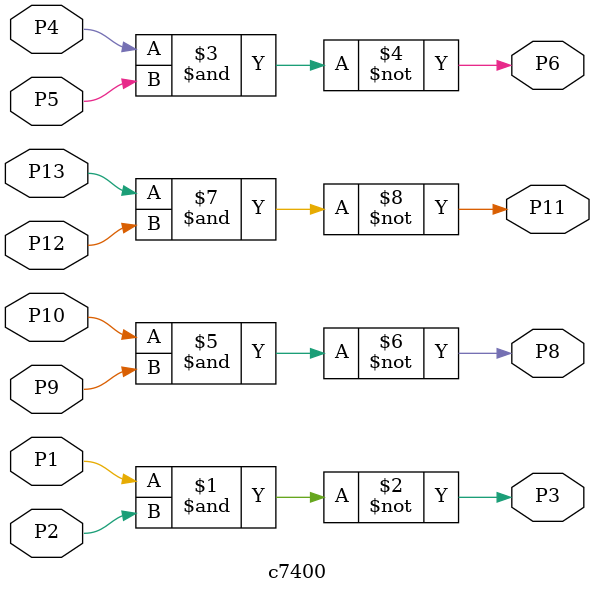
<source format=v>
module c7400 (P1,P2,P3,P4,P5,P6,P8,P9,P10,P11,P12,P13);
input wire P1,P2,P4,P5,P9,P10,P12,P13;
output wire P3,P6,P8,P11;

assign P3 = ~(P1 & P2);
assign P6 = ~(P4 & P5);
assign P8 = ~(P10 & P9);
assign P11 = ~(P13 & P12);

endmodule
</source>
